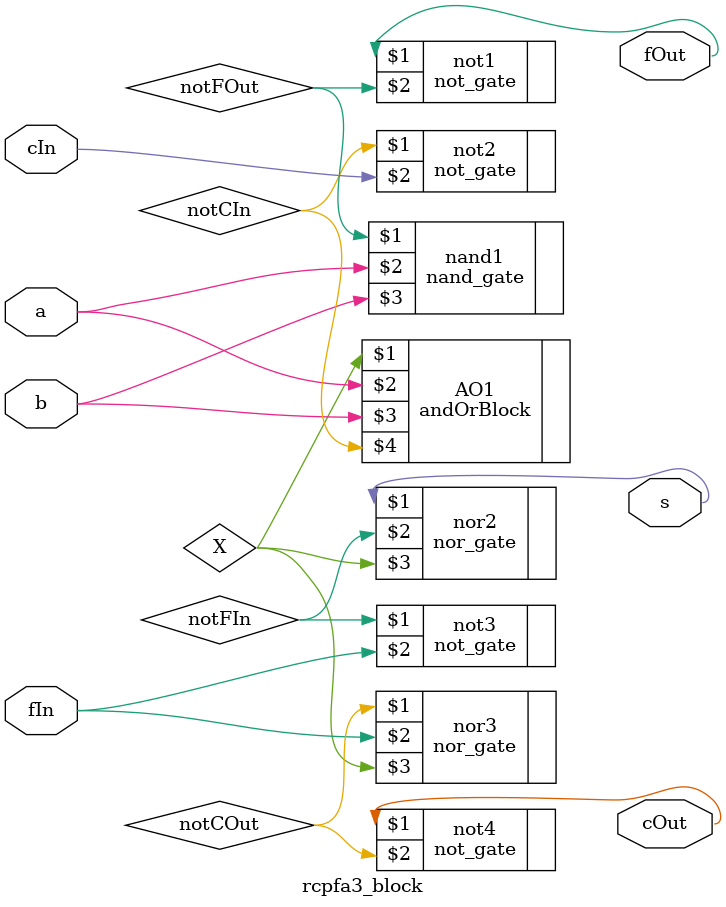
<source format=v>
module rcpfa3_block (
    input a,
    input b,
    input cIn,
    input fIn,
    output fOut,
    output s,
    output cOut
);
    wire X;
    wire Y;
    wire notFIn;
    wire notFOut;
    wire notCIn;
    wire notCOut;


    nand_gate nand1(notFOut, a, b);
    not_gate not1(fOut, notFOut);
    
    not_gate not2(notCIn, cIn);
    andOrBlock AO1(X, a, b, notCIn);
    not_gate not3(notFIn, fIn);
    nor_gate nor2(s, notFIn, X);
    nor_gate nor3(notCOut, fIn, X);
    not_gate not4(cOut, notCOut);

endmodule
</source>
